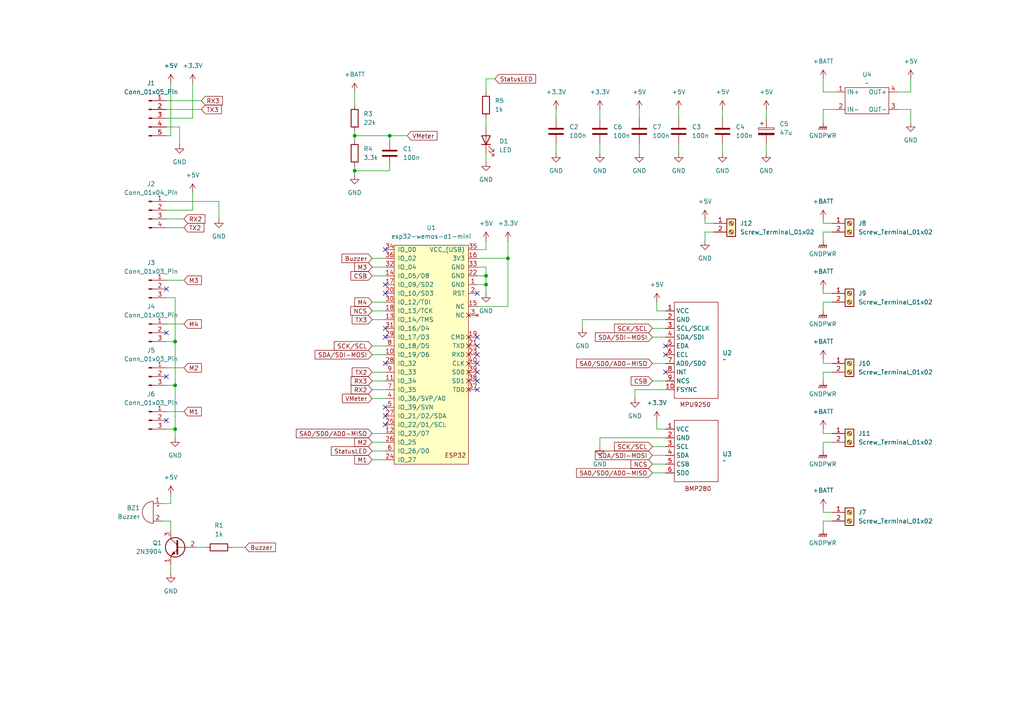
<source format=kicad_sch>
(kicad_sch (version 20250114) (generator "eeschema") (generator_version "9.0")
  (paper "A4")
  (lib_symbols
    (symbol "Connector:Conn_01x03_Pin" (pin_names (offset 1.016) (hide yes))
      (property "Reference" "J" (at 0 5.08 0))
      (property "Value" "Conn_01x03_Pin" (at 0 -5.08 0))
      (symbol "Conn_01x03_Pin_1_1"
        (rectangle (start 0.8636 2.667) (end 0 2.413) (stroke (width 0.1524)) (fill (type outline)))
        (rectangle (start 0.8636 0.127) (end 0 -0.127) (stroke (width 0.1524)) (fill (type outline)))
        (rectangle (start 0.8636 -2.413) (end 0 -2.667) (stroke (width 0.1524)) (fill (type outline)))
        (polyline (pts (xy 1.27 2.54) (xy 0.8636 2.54)) (stroke (width 0.1524)))
        (polyline (pts (xy 1.27 0) (xy 0.8636 0)) (stroke (width 0.1524)))
        (polyline (pts (xy 1.27 -2.54) (xy 0.8636 -2.54)) (stroke (width 0.1524)))
        (pin passive line (at 5.08 2.54 180) (length 3.81) (name "Pin_1") (number "1"))
        (pin passive line (at 5.08 0 180) (length 3.81) (name "Pin_2") (number "2"))
        (pin passive line (at 5.08 -2.54 180) (length 3.81) (name "Pin_3") (number "3"))
      )
    )
    (symbol "Connector:Conn_01x04_Pin" (pin_names (offset 1.016) (hide yes))
      (property "Reference" "J" (at 0 5.08 0))
      (property "Value" "Conn_01x04_Pin" (at 0 -7.62 0))
      (symbol "Conn_01x04_Pin_1_1"
        (rectangle (start 0.8636 2.667) (end 0 2.413) (stroke (width 0.1524)) (fill (type outline)))
        (rectangle (start 0.8636 0.127) (end 0 -0.127) (stroke (width 0.1524)) (fill (type outline)))
        (rectangle (start 0.8636 -2.413) (end 0 -2.667) (stroke (width 0.1524)) (fill (type outline)))
        (rectangle (start 0.8636 -4.953) (end 0 -5.207) (stroke (width 0.1524)) (fill (type outline)))
        (polyline (pts (xy 1.27 2.54) (xy 0.8636 2.54)) (stroke (width 0.1524)))
        (polyline (pts (xy 1.27 0) (xy 0.8636 0)) (stroke (width 0.1524)))
        (polyline (pts (xy 1.27 -2.54) (xy 0.8636 -2.54)) (stroke (width 0.1524)))
        (polyline (pts (xy 1.27 -5.08) (xy 0.8636 -5.08)) (stroke (width 0.1524)))
        (pin passive line (at 5.08 2.54 180) (length 3.81) (name "Pin_1") (number "1"))
        (pin passive line (at 5.08 0 180) (length 3.81) (name "Pin_2") (number "2"))
        (pin passive line (at 5.08 -2.54 180) (length 3.81) (name "Pin_3") (number "3"))
        (pin passive line (at 5.08 -5.08 180) (length 3.81) (name "Pin_4") (number "4"))
      )
    )
    (symbol "Connector:Conn_01x05_Pin" (pin_names (offset 1.016) (hide yes))
      (property "Reference" "J" (at 0 7.62 0))
      (property "Value" "Conn_01x05_Pin" (at 0 -7.62 0))
      (symbol "Conn_01x05_Pin_1_1"
        (rectangle (start 0.8636 5.207) (end 0 4.953) (stroke (width 0.1524)) (fill (type outline)))
        (rectangle (start 0.8636 2.667) (end 0 2.413) (stroke (width 0.1524)) (fill (type outline)))
        (rectangle (start 0.8636 0.127) (end 0 -0.127) (stroke (width 0.1524)) (fill (type outline)))
        (rectangle (start 0.8636 -2.413) (end 0 -2.667) (stroke (width 0.1524)) (fill (type outline)))
        (rectangle (start 0.8636 -4.953) (end 0 -5.207) (stroke (width 0.1524)) (fill (type outline)))
        (polyline (pts (xy 1.27 5.08) (xy 0.8636 5.08)) (stroke (width 0.1524)))
        (polyline (pts (xy 1.27 2.54) (xy 0.8636 2.54)) (stroke (width 0.1524)))
        (polyline (pts (xy 1.27 0) (xy 0.8636 0)) (stroke (width 0.1524)))
        (polyline (pts (xy 1.27 -2.54) (xy 0.8636 -2.54)) (stroke (width 0.1524)))
        (polyline (pts (xy 1.27 -5.08) (xy 0.8636 -5.08)) (stroke (width 0.1524)))
        (pin passive line (at 5.08 5.08 180) (length 3.81) (name "Pin_1") (number "1"))
        (pin passive line (at 5.08 2.54 180) (length 3.81) (name "Pin_2") (number "2"))
        (pin passive line (at 5.08 0 180) (length 3.81) (name "Pin_3") (number "3"))
        (pin passive line (at 5.08 -2.54 180) (length 3.81) (name "Pin_4") (number "4"))
        (pin passive line (at 5.08 -5.08 180) (length 3.81) (name "Pin_5") (number "5"))
      )
    )
    (symbol "Connector:Screw_Terminal_01x02" (pin_names (offset 1.016) (hide yes))
      (property "Reference" "J" (at 0 2.54 0))
      (property "Value" "Screw_Terminal_01x02" (at 0 -5.08 0))
      (symbol "Screw_Terminal_01x02_1_1"
        (rectangle (start -1.27 1.27) (end 1.27 -3.81) (stroke (width 0.254)) (fill (type background)))
        (polyline (pts (xy -0.5334 0.3302) (xy 0.3302 -0.508)) (stroke (width 0.1524)))
        (polyline (pts (xy -0.5334 -2.2098) (xy 0.3302 -3.048)) (stroke (width 0.1524)))
        (polyline (pts (xy -0.3556 0.508) (xy 0.508 -0.3302)) (stroke (width 0.1524)))
        (polyline (pts (xy -0.3556 -2.032) (xy 0.508 -2.8702)) (stroke (width 0.1524)))
        (circle (center 0 0) (radius 0.635) (stroke (width 0.1524)))
        (circle (center 0 -2.54) (radius 0.635) (stroke (width 0.1524)))
        (pin passive line (at -5.08 0 0) (length 3.81) (name "Pin_1") (number "1"))
        (pin passive line (at -5.08 -2.54 0) (length 3.81) (name "Pin_2") (number "2"))
      )
    )
    (symbol "Device:Buzzer" (pin_names (offset 0.0254) (hide yes))
      (property "Reference" "BZ" (at 3.81 1.27 0))
      (property "Value" "Buzzer" (at 3.81 -1.27 0))
      (symbol "Buzzer_0_1"
        (polyline (pts (xy -1.651 1.905) (xy -1.143 1.905)))
        (polyline (pts (xy -1.397 2.159) (xy -1.397 1.651)))
        (arc (start 0 3.175) (mid 3.1612 0) (end 0 -3.175))
        (polyline (pts (xy 0 3.175) (xy 0 -3.175)))
      )
      (symbol "Buzzer_1_1"
        (pin passive line (at -2.54 2.54 0) (length 2.54) (name "+") (number "1"))
        (pin passive line (at -2.54 -2.54 0) (length 2.54) (name "-") (number "2"))
      )
    )
    (symbol "Device:C" (pin_numbers (hide yes)) (pin_names (offset 0.254))
      (property "Reference" "C" (at 0.635 2.54 0))
      (property "Value" "C" (at 0.635 -2.54 0))
      (symbol "C_0_1"
        (polyline (pts (xy -2.032 0.762) (xy 2.032 0.762)) (stroke (width 0.508)))
        (polyline (pts (xy -2.032 -0.762) (xy 2.032 -0.762)) (stroke (width 0.508)))
      )
      (symbol "C_1_1"
        (pin passive line (at 0 3.81 270) (length 2.794) (name "~") (number "1"))
        (pin passive line (at 0 -3.81 90) (length 2.794) (name "~") (number "2"))
      )
    )
    (symbol "Device:C_Polarized" (pin_numbers (hide yes)) (pin_names (offset 0.254))
      (property "Reference" "C" (at 0.635 2.54 0))
      (property "Value" "C_Polarized" (at 0.635 -2.54 0))
      (symbol "C_Polarized_0_1"
        (rectangle (start -2.286 0.508) (end 2.286 1.016))
        (polyline (pts (xy -1.778 2.286) (xy -0.762 2.286)))
        (polyline (pts (xy -1.27 2.794) (xy -1.27 1.778)))
        (rectangle (start 2.286 -0.508) (end -2.286 -1.016) (fill (type outline)))
      )
      (symbol "C_Polarized_1_1"
        (pin passive line (at 0 3.81 270) (length 2.794) (name "~") (number "1"))
        (pin passive line (at 0 -3.81 90) (length 2.794) (name "~") (number "2"))
      )
    )
    (symbol "Device:LED" (pin_numbers (hide yes)) (pin_names (offset 1.016) (hide yes))
      (property "Reference" "D" (at 0 2.54 0))
      (property "Value" "LED" (at 0 -2.54 0))
      (symbol "LED_0_1"
        (polyline (pts (xy -3.048 -0.762) (xy -4.572 -2.286) (xy -3.81 -2.286) (xy -4.572 -2.286) (xy -4.572 -1.524)))
        (polyline (pts (xy -1.778 -0.762) (xy -3.302 -2.286) (xy -2.54 -2.286) (xy -3.302 -2.286) (xy -3.302 -1.524)))
        (polyline (pts (xy -1.27 0) (xy 1.27 0)))
        (polyline (pts (xy -1.27 -1.27) (xy -1.27 1.27)) (stroke (width 0.254)))
        (polyline (pts (xy 1.27 -1.27) (xy 1.27 1.27) (xy -1.27 0) (xy 1.27 -1.27)) (stroke (width 0.254)))
      )
      (symbol "LED_1_1"
        (pin passive line (at -3.81 0 0) (length 2.54) (name "K") (number "1"))
        (pin passive line (at 3.81 0 180) (length 2.54) (name "A") (number "2"))
      )
    )
    (symbol "Device:R" (pin_numbers (hide yes)) (pin_names (offset 0))
      (property "Reference" "R" (at 2.032 0 90))
      (property "Value" "R" (at 0 0 90))
      (symbol "R_0_1"
        (rectangle (start -1.016 -2.54) (end 1.016 2.54) (stroke (width 0.254)))
      )
      (symbol "R_1_1"
        (pin passive line (at 0 3.81 270) (length 1.27) (name "~") (number "1"))
        (pin passive line (at 0 -3.81 90) (length 1.27) (name "~") (number "2"))
      )
    )
    (symbol "Transistor_BJT:2N3904" (pin_names (offset 0) (hide yes))
      (property "Reference" "Q" (at 5.08 1.905 0))
      (property "Value" "2N3904" (at 5.08 0 0))
      (symbol "2N3904_0_1"
        (polyline (pts (xy -2.54 0) (xy 0.635 0)))
        (polyline (pts (xy 0.635 1.905) (xy 0.635 -1.905)) (stroke (width 0.508)))
        (circle (center 1.27 0) (radius 2.8194) (stroke (width 0.254)))
      )
      (symbol "2N3904_1_1"
        (polyline (pts (xy 0.635 0.635) (xy 2.54 2.54)))
        (polyline (pts (xy 0.635 -0.635) (xy 2.54 -2.54)))
        (polyline (pts (xy 1.27 -1.778) (xy 1.778 -1.27) (xy 2.286 -2.286) (xy 1.27 -1.778)) (fill (type outline)))
        (pin input line (at -5.08 0 0) (length 2.54) (name "B") (number "2"))
        (pin passive line (at 2.54 5.08 270) (length 2.54) (name "C") (number "3"))
        (pin passive line (at 2.54 -5.08 90) (length 2.54) (name "E") (number "1"))
      )
    )
    (symbol "esp32-wemos-d1-mini:bmp280"
      (property "Reference" "U" (at 0 0 0))
      (symbol "bmp280_0_1"
        (rectangle (start -6.35 -1.27) (end 6.35 -19.05))
      )
      (symbol "bmp280_1_1"
        (text "BMP280" (at 0.508 -21.082 0) (effects (font (size 1.27 1.27))))
        (pin power_in line (at -8.89 -3.81 0) (length 2.54) (name "VCC") (number "1"))
        (pin power_in line (at -8.89 -6.35 0) (length 2.54) (name "GND") (number "2"))
        (pin input line (at -8.89 -8.89 0) (length 2.54) (name "SCL") (number "3"))
        (pin bidirectional line (at -8.89 -11.43 0) (length 2.54) (name "SDA") (number "4"))
        (pin input line (at -8.89 -13.97 0) (length 2.54) (name "CSB") (number "5"))
        (pin output line (at -8.89 -16.51 0) (length 2.54) (name "SD0") (number "6"))
      )
    )
    (symbol "esp32-wemos-d1-mini:esp32-wemos-d1-mini" (pin_names (offset 1.016))
      (property "Reference" "U1" (at 0.635 3.81 0))
      (property "Value" "esp32-wemos-d1-mini" (at 0.635 1.27 0))
      (symbol "esp32-wemos-d1-mini_0_0"
        (text "ESP32" (at 7.62 -62.23 0) (effects (font (size 1.27 1.27))))
        (pin bidirectional line (at -12.7 -45.72 0) (length 2.54) (name "IO_36/SVP/A0") (number "4"))
        (pin bidirectional line (at -12.7 -48.26 0) (length 2.54) (name "IO_39/SVN") (number "5"))
        (pin power_in line (at 13.97 -12.7 180) (length 2.54) (name "GND") (number "1"))
        (pin input line (at 13.97 -15.24 180) (length 2.54) (name "RST") (number "2"))
        (pin no_connect non_logic (at 13.97 -21.59 180) (length 2.54) (name "NC") (number "3"))
      )
      (symbol "esp32-wemos-d1-mini_0_1"
        (rectangle (start -10.16 -1.27) (end 11.43 -64.77) (fill (type background)))
      )
      (symbol "esp32-wemos-d1-mini_1_1"
        (pin bidirectional line (at -12.7 -2.54 0) (length 2.54) (name "IO_00") (number "34"))
        (pin bidirectional line (at -12.7 -5.08 0) (length 2.54) (name "IO_02") (number "36"))
        (pin bidirectional line (at -12.7 -7.62 0) (length 2.54) (name "IO_04") (number "32"))
        (pin bidirectional line (at -12.7 -10.16 0) (length 2.54) (name "IO_05/D8") (number "14"))
        (pin bidirectional line (at -12.7 -12.7 0) (length 2.54) (name "IO_09/SD2") (number "17"))
        (pin bidirectional line (at -12.7 -15.24 0) (length 2.54) (name "IO_10/SD3") (number "20"))
        (pin bidirectional line (at -12.7 -17.78 0) (length 2.54) (name "IO_12/TDI") (number "30"))
        (pin bidirectional line (at -12.7 -20.32 0) (length 2.54) (name "IO_13/TCK") (number "18"))
        (pin bidirectional line (at -12.7 -22.86 0) (length 2.54) (name "IO_14/TMS") (number "13"))
        (pin bidirectional line (at -12.7 -25.4 0) (length 2.54) (name "IO_16/D4") (number "31"))
        (pin bidirectional line (at -12.7 -27.94 0) (length 2.54) (name "IO_17/D3") (number "29"))
        (pin bidirectional line (at -12.7 -30.48 0) (length 2.54) (name "IO_18/D5") (number "8"))
        (pin bidirectional line (at -12.7 -33.02 0) (length 2.54) (name "IO_19/D6") (number "10"))
        (pin bidirectional line (at -12.7 -35.56 0) (length 2.54) (name "IO_32") (number "28"))
        (pin bidirectional line (at -12.7 -38.1 0) (length 2.54) (name "IO_33") (number "9"))
        (pin bidirectional line (at -12.7 -40.64 0) (length 2.54) (name "IO_34") (number "11"))
        (pin bidirectional line (at -12.7 -43.18 0) (length 2.54) (name "IO_35") (number "7"))
        (pin bidirectional line (at -12.7 -50.8 0) (length 2.54) (name "IO_21/D2/SDA") (number "27"))
        (pin bidirectional line (at -12.7 -53.34 0) (length 2.54) (name "IO_22/D1/SCL") (number "25"))
        (pin bidirectional line (at -12.7 -55.88 0) (length 2.54) (name "IO_23/D7") (number "12"))
        (pin bidirectional line (at -12.7 -58.42 0) (length 2.54) (name "IO_25") (number "26"))
        (pin bidirectional line (at -12.7 -60.96 0) (length 2.54) (name "IO_26/D0") (number "6"))
        (pin bidirectional line (at -12.7 -63.5 0) (length 2.54) (name "IO_27") (number "24"))
        (pin power_in line (at 13.97 -2.54 180) (length 2.54) (name "VCC_(USB)") (number "35"))
        (pin power_in line (at 13.97 -5.08 180) (length 2.54) (name "3V3") (number "16"))
        (pin power_in line (at 13.97 -7.62 180) (length 2.54) (name "GND") (number "33"))
        (pin power_in line (at 13.97 -10.16 180) (length 2.54) (name "GND") (number "22"))
        (pin free line (at 13.97 -19.05 180) (length 2.54) (name "NC") (number "15"))
        (pin passive non_logic (at 13.97 -27.94 180) (length 2.54) (name "CMD") (number "19"))
        (pin passive non_logic (at 13.97 -30.48 180) (length 2.54) (name "TXD") (number "21"))
        (pin passive non_logic (at 13.97 -33.02 180) (length 2.54) (name "RXD") (number "23"))
        (pin passive non_logic (at 13.97 -35.56 180) (length 2.54) (name "CLK") (number "40"))
        (pin passive non_logic (at 13.97 -38.1 180) (length 2.54) (name "SD0") (number "39"))
        (pin passive non_logic (at 13.97 -40.64 180) (length 2.54) (name "SD1") (number "38"))
        (pin passive non_logic (at 13.97 -43.18 180) (length 2.54) (name "TD0") (number "37"))
      )
    )
    (symbol "esp32-wemos-d1-mini:xl4005 DC-DC stepdown module"
      (property "Reference" "U" (at 0 0 0))
      (symbol "xl4005 DC-DC stepdown module_0_1"
        (rectangle (start -6.35 -2.54) (end 6.35 -10.16))
      )
      (symbol "xl4005 DC-DC stepdown module_1_1"
        (pin power_in line (at -8.89 -3.81 0) (length 2.54) (name "IN+") (number "1"))
        (pin power_in line (at -8.89 -8.89 0) (length 2.54) (name "IN-") (number "2"))
        (pin power_out line (at 8.89 -3.81 180) (length 2.54) (name "OUT+") (number "4"))
        (pin power_out line (at 8.89 -8.89 180) (length 2.54) (name "OUT-") (number "3"))
      )
    )
    (symbol "mpu9250_1"
      (property "Reference" "U" (at 0 0 0))
      (symbol "mpu9250_1_0_1"
        (rectangle (start -6.35 -1.27) (end 6.35 -29.21))
      )
      (symbol "mpu9250_1_1_1"
        (text "MPU9250" (at -0.254 -30.988 0) (effects (font (size 1.27 1.27))))
        (pin power_in line (at -8.89 -3.81 0) (length 2.54) (name "VCC") (number "1"))
        (pin power_in line (at -8.89 -6.35 0) (length 2.54) (name "GND") (number "2"))
        (pin input line (at -8.89 -8.89 0) (length 2.54) (name "SCL/SCLK") (number "3"))
        (pin bidirectional line (at -8.89 -11.43 0) (length 2.54) (name "SDA/SDI") (number "4"))
        (pin output line (at -8.89 -13.97 0) (length 2.54) (name "EDA") (number "5"))
        (pin bidirectional line (at -8.89 -16.51 0) (length 2.54) (name "ECL") (number "6"))
        (pin bidirectional line (at -8.89 -19.05 0) (length 2.54) (name "AD0/SD0") (number "7"))
        (pin output line (at -8.89 -21.59 0) (length 2.54) (name "INT") (number "8"))
        (pin input line (at -8.89 -24.13 0) (length 2.54) (name "NCS") (number "9"))
        (pin output line (at -8.89 -26.67 0) (length 2.54) (name "FSYNC") (number "10"))
      )
    )
    (symbol "power:+3.3V" (power) (pin_numbers (hide yes)) (pin_names (offset 0) (hide yes))
      (property "Value" "+3.3V" (at 0 3.556 0))
      (symbol "+3.3V_0_1"
        (polyline (pts (xy -0.762 1.27) (xy 0 2.54)))
        (polyline (pts (xy 0 2.54) (xy 0.762 1.27)))
        (polyline (pts (xy 0 0) (xy 0 2.54)))
      )
      (symbol "+3.3V_1_1"
        (pin power_in line (at 0 0 90) (length 0) (name "~") (number "1"))
      )
    )
    (symbol "power:+5V" (power) (pin_numbers (hide yes)) (pin_names (offset 0) (hide yes))
      (property "Value" "+5V" (at 0 3.556 0))
      (symbol "+5V_0_1"
        (polyline (pts (xy -0.762 1.27) (xy 0 2.54)))
        (polyline (pts (xy 0 2.54) (xy 0.762 1.27)))
        (polyline (pts (xy 0 0) (xy 0 2.54)))
      )
      (symbol "+5V_1_1"
        (pin power_in line (at 0 0 90) (length 0) (name "~") (number "1"))
      )
    )
    (symbol "power:+BATT" (power) (pin_numbers (hide yes)) (pin_names (offset 0) (hide yes))
      (property "Value" "+BATT" (at 0 3.556 0))
      (symbol "+BATT_0_1"
        (polyline (pts (xy -0.762 1.27) (xy 0 2.54)))
        (polyline (pts (xy 0 2.54) (xy 0.762 1.27)))
        (polyline (pts (xy 0 0) (xy 0 2.54)))
      )
      (symbol "+BATT_1_1"
        (pin power_in line (at 0 0 90) (length 0) (name "~") (number "1"))
      )
    )
    (symbol "power:GND" (power) (pin_numbers (hide yes)) (pin_names (offset 0) (hide yes))
      (property "Value" "GND" (at 0 -3.81 0))
      (symbol "GND_0_1"
        (polyline (pts (xy 0 0) (xy 0 -1.27) (xy 1.27 -1.27) (xy 0 -2.54) (xy -1.27 -1.27) (xy 0 -1.27)))
      )
      (symbol "GND_1_1"
        (pin power_in line (at 0 0 270) (length 0) (name "~") (number "1"))
      )
    )
    (symbol "power:GNDPWR" (power) (pin_numbers (hide yes)) (pin_names (offset 0) (hide yes))
      (property "Value" "GNDPWR" (at 0 -3.302 0))
      (symbol "GNDPWR_0_1"
        (polyline (pts (xy -1.016 -1.27) (xy -1.27 -2.032) (xy -1.27 -2.032)) (stroke (width 0.2032)))
        (polyline (pts (xy -0.508 -1.27) (xy -0.762 -2.032) (xy -0.762 -2.032)) (stroke (width 0.2032)))
        (polyline (pts (xy 0 -1.27) (xy 0 0)))
        (polyline (pts (xy 0 -1.27) (xy -0.254 -2.032) (xy -0.254 -2.032)) (stroke (width 0.2032)))
        (polyline (pts (xy 0.508 -1.27) (xy 0.254 -2.032) (xy 0.254 -2.032)) (stroke (width 0.2032)))
        (polyline (pts (xy 1.016 -1.27) (xy -1.016 -1.27) (xy -1.016 -1.27)) (stroke (width 0.2032)))
        (polyline (pts (xy 1.016 -1.27) (xy 0.762 -2.032) (xy 0.762 -2.032) (xy 0.762 -2.032)) (stroke (width 0.2032)))
      )
      (symbol "GNDPWR_1_1"
        (pin power_in line (at 0 0 270) (length 0) (name "~") (number "1"))
      )
    )
  )
  (junction (at 102.87 39.37))
  (junction (at 147.32 74.93))
  (junction (at 50.8 99.06))
  (junction (at 140.97 80.01))
  (junction (at 50.8 124.46))
  (junction (at 102.87 49.53))
  (junction (at 113.03 39.37))
  (junction (at 140.97 82.55))
  (junction (at 50.8 111.76))
  (no_connect (at 193.04 100.33))
  (no_connect (at 193.04 107.95))
  (no_connect (at 138.43 110.49))
  (no_connect (at 111.76 105.41))
  (no_connect (at 138.43 107.95))
  (no_connect (at 48.26 83.82))
  (no_connect (at 111.76 72.39))
  (no_connect (at 138.43 102.87))
  (no_connect (at 193.04 102.87))
  (no_connect (at 111.76 118.11))
  (no_connect (at 111.76 123.19))
  (no_connect (at 48.26 109.22))
  (no_connect (at 138.43 85.09))
  (no_connect (at 138.43 100.33))
  (no_connect (at 111.76 85.09))
  (no_connect (at 138.43 105.41))
  (no_connect (at 48.26 96.52))
  (no_connect (at 48.26 121.92))
  (no_connect (at 138.43 97.79))
  (no_connect (at 111.76 82.55))
  (no_connect (at 111.76 120.65))
  (no_connect (at 138.43 113.03))
  (no_connect (at 111.76 95.25))
  (no_connect (at 111.76 97.79))
  (wire (pts (xy 111.76 115.57) (xy 107.95 115.57)))
  (wire (pts (xy 57.15 158.75) (xy 59.69 158.75)))
  (wire (pts (xy 185.42 31.75) (xy 185.42 34.29)))
  (wire (pts (xy 241.3 148.59) (xy 238.76 148.59)))
  (wire (pts (xy 241.3 128.27) (xy 238.76 128.27)))
  (wire (pts (xy 238.76 67.31) (xy 238.76 69.85)))
  (wire (pts (xy 140.97 72.39) (xy 138.43 72.39)))
  (wire (pts (xy 107.95 113.03) (xy 111.76 113.03)))
  (wire (pts (xy 189.23 110.49) (xy 193.04 110.49)))
  (wire (pts (xy 138.43 80.01) (xy 140.97 80.01)))
  (wire (pts (xy 102.87 49.53) (xy 102.87 50.8)))
  (wire (pts (xy 241.3 105.41) (xy 238.76 105.41)))
  (wire (pts (xy 48.26 81.28) (xy 53.34 81.28)))
  (wire (pts (xy 238.76 26.67) (xy 238.76 22.86)))
  (wire (pts (xy 52.07 36.83) (xy 52.07 41.91)))
  (wire (pts (xy 189.23 95.25) (xy 193.04 95.25)))
  (wire (pts (xy 242.57 26.67) (xy 238.76 26.67)))
  (wire (pts (xy 48.26 36.83) (xy 52.07 36.83)))
  (wire (pts (xy 147.32 74.93) (xy 138.43 74.93)))
  (wire (pts (xy 48.26 31.75) (xy 58.42 31.75)))
  (wire (pts (xy 107.95 128.27) (xy 111.76 128.27)))
  (wire (pts (xy 238.76 151.13) (xy 238.76 153.67)))
  (wire (pts (xy 161.29 31.75) (xy 161.29 34.29)))
  (wire (pts (xy 147.32 69.85) (xy 147.32 74.93)))
  (wire (pts (xy 107.95 92.71) (xy 111.76 92.71)))
  (wire (pts (xy 189.23 105.41) (xy 193.04 105.41)))
  (wire (pts (xy 107.95 133.35) (xy 111.76 133.35)))
  (wire (pts (xy 48.26 34.29) (xy 55.88 34.29)))
  (wire (pts (xy 46.99 151.13) (xy 49.53 151.13)))
  (wire (pts (xy 48.26 86.36) (xy 50.8 86.36)))
  (wire (pts (xy 204.47 64.77) (xy 204.47 63.5)))
  (wire (pts (xy 50.8 99.06) (xy 50.8 111.76)))
  (wire (pts (xy 196.85 31.75) (xy 196.85 34.29)))
  (wire (pts (xy 189.23 129.54) (xy 193.04 129.54)))
  (wire (pts (xy 173.99 127) (xy 173.99 129.54)))
  (wire (pts (xy 49.53 163.83) (xy 49.53 166.37)))
  (wire (pts (xy 107.95 107.95) (xy 111.76 107.95)))
  (wire (pts (xy 48.26 58.42) (xy 63.5 58.42)))
  (wire (pts (xy 264.16 31.75) (xy 264.16 35.56)))
  (wire (pts (xy 241.3 67.31) (xy 238.76 67.31)))
  (wire (pts (xy 113.03 49.53) (xy 102.87 49.53)))
  (wire (pts (xy 48.26 66.04) (xy 53.34 66.04)))
  (wire (pts (xy 238.76 31.75) (xy 242.57 31.75)))
  (wire (pts (xy 241.3 151.13) (xy 238.76 151.13)))
  (wire (pts (xy 260.35 26.67) (xy 264.16 26.67)))
  (wire (pts (xy 140.97 22.86) (xy 140.97 26.67)))
  (wire (pts (xy 48.26 124.46) (xy 50.8 124.46)))
  (wire (pts (xy 238.76 85.09) (xy 238.76 83.82)))
  (wire (pts (xy 241.3 85.09) (xy 238.76 85.09)))
  (wire (pts (xy 168.91 92.71) (xy 168.91 95.25)))
  (wire (pts (xy 161.29 41.91) (xy 161.29 44.45)))
  (wire (pts (xy 143.51 22.86) (xy 140.97 22.86)))
  (wire (pts (xy 48.26 111.76) (xy 50.8 111.76)))
  (wire (pts (xy 241.3 107.95) (xy 238.76 107.95)))
  (wire (pts (xy 193.04 92.71) (xy 168.91 92.71)))
  (wire (pts (xy 55.88 24.13) (xy 55.88 34.29)))
  (wire (pts (xy 241.3 87.63) (xy 238.76 87.63)))
  (wire (pts (xy 140.97 82.55) (xy 138.43 82.55)))
  (wire (pts (xy 238.76 107.95) (xy 238.76 110.49)))
  (wire (pts (xy 48.26 119.38) (xy 53.34 119.38)))
  (wire (pts (xy 102.87 38.1) (xy 102.87 39.37)))
  (wire (pts (xy 190.5 121.92) (xy 190.5 124.46)))
  (wire (pts (xy 238.76 125.73) (xy 238.76 124.46)))
  (wire (pts (xy 185.42 41.91) (xy 185.42 44.45)))
  (wire (pts (xy 190.5 87.63) (xy 190.5 90.17)))
  (wire (pts (xy 140.97 77.47) (xy 140.97 80.01)))
  (wire (pts (xy 107.95 87.63) (xy 111.76 87.63)))
  (wire (pts (xy 193.04 113.03) (xy 184.15 113.03)))
  (wire (pts (xy 241.3 125.73) (xy 238.76 125.73)))
  (wire (pts (xy 140.97 80.01) (xy 140.97 82.55)))
  (wire (pts (xy 49.53 24.13) (xy 49.53 39.37)))
  (wire (pts (xy 189.23 137.16) (xy 193.04 137.16)))
  (wire (pts (xy 241.3 64.77) (xy 238.76 64.77)))
  (wire (pts (xy 107.95 125.73) (xy 111.76 125.73)))
  (wire (pts (xy 196.85 41.91) (xy 196.85 44.45)))
  (wire (pts (xy 48.26 60.96) (xy 55.88 60.96)))
  (wire (pts (xy 49.53 146.05) (xy 46.99 146.05)))
  (wire (pts (xy 238.76 148.59) (xy 238.76 147.32)))
  (wire (pts (xy 113.03 39.37) (xy 118.11 39.37)))
  (wire (pts (xy 184.15 113.03) (xy 184.15 115.57)))
  (wire (pts (xy 107.95 130.81) (xy 111.76 130.81)))
  (wire (pts (xy 49.53 39.37) (xy 48.26 39.37)))
  (wire (pts (xy 238.76 35.56) (xy 238.76 31.75)))
  (wire (pts (xy 140.97 34.29) (xy 140.97 36.83)))
  (wire (pts (xy 190.5 124.46) (xy 193.04 124.46)))
  (wire (pts (xy 173.99 41.91) (xy 173.99 44.45)))
  (wire (pts (xy 49.53 143.51) (xy 49.53 146.05)))
  (wire (pts (xy 190.5 90.17) (xy 193.04 90.17)))
  (wire (pts (xy 48.26 93.98) (xy 53.34 93.98)))
  (wire (pts (xy 49.53 153.67) (xy 49.53 151.13)))
  (wire (pts (xy 63.5 58.42) (xy 63.5 63.5)))
  (wire (pts (xy 138.43 88.9) (xy 147.32 88.9)))
  (wire (pts (xy 50.8 86.36) (xy 50.8 99.06)))
  (wire (pts (xy 222.25 41.91) (xy 222.25 44.45)))
  (wire (pts (xy 107.95 74.93) (xy 111.76 74.93)))
  (wire (pts (xy 107.95 80.01) (xy 111.76 80.01)))
  (wire (pts (xy 48.26 29.21) (xy 58.42 29.21)))
  (wire (pts (xy 138.43 77.47) (xy 140.97 77.47)))
  (wire (pts (xy 189.23 132.08) (xy 193.04 132.08)))
  (wire (pts (xy 55.88 60.96) (xy 55.88 55.88)))
  (wire (pts (xy 113.03 48.26) (xy 113.03 49.53)))
  (wire (pts (xy 48.26 106.68) (xy 53.34 106.68)))
  (wire (pts (xy 48.26 99.06) (xy 50.8 99.06)))
  (wire (pts (xy 189.23 97.79) (xy 193.04 97.79)))
  (wire (pts (xy 107.95 110.49) (xy 111.76 110.49)))
  (wire (pts (xy 207.01 64.77) (xy 204.47 64.77)))
  (wire (pts (xy 102.87 39.37) (xy 113.03 39.37)))
  (wire (pts (xy 147.32 88.9) (xy 147.32 74.93)))
  (wire (pts (xy 189.23 134.62) (xy 193.04 134.62)))
  (wire (pts (xy 102.87 39.37) (xy 102.87 40.64)))
  (wire (pts (xy 107.95 102.87) (xy 111.76 102.87)))
  (wire (pts (xy 140.97 44.45) (xy 140.97 46.99)))
  (wire (pts (xy 207.01 67.31) (xy 204.47 67.31)))
  (wire (pts (xy 238.76 105.41) (xy 238.76 104.14)))
  (wire (pts (xy 48.26 63.5) (xy 53.34 63.5)))
  (wire (pts (xy 238.76 128.27) (xy 238.76 130.81)))
  (wire (pts (xy 193.04 127) (xy 173.99 127)))
  (wire (pts (xy 238.76 87.63) (xy 238.76 90.17)))
  (wire (pts (xy 173.99 31.75) (xy 173.99 34.29)))
  (wire (pts (xy 264.16 26.67) (xy 264.16 22.86)))
  (wire (pts (xy 209.55 31.75) (xy 209.55 34.29)))
  (wire (pts (xy 238.76 64.77) (xy 238.76 63.5)))
  (wire (pts (xy 107.95 90.17) (xy 111.76 90.17)))
  (wire (pts (xy 222.25 31.75) (xy 222.25 34.29)))
  (wire (pts (xy 67.31 158.75) (xy 71.12 158.75)))
  (wire (pts (xy 50.8 124.46) (xy 50.8 127)))
  (wire (pts (xy 107.95 77.47) (xy 111.76 77.47)))
  (wire (pts (xy 102.87 48.26) (xy 102.87 49.53)))
  (wire (pts (xy 107.95 100.33) (xy 111.76 100.33)))
  (wire (pts (xy 140.97 69.85) (xy 140.97 72.39)))
  (wire (pts (xy 113.03 39.37) (xy 113.03 40.64)))
  (wire (pts (xy 50.8 111.76) (xy 50.8 124.46)))
  (wire (pts (xy 140.97 82.55) (xy 140.97 85.09)))
  (wire (pts (xy 204.47 67.31) (xy 204.47 69.85)))
  (wire (pts (xy 102.87 26.67) (xy 102.87 30.48)))
  (wire (pts (xy 260.35 31.75) (xy 264.16 31.75)))
  (wire (pts (xy 209.55 41.91) (xy 209.55 44.45)))
  (global_label "TX2" (shape input) (at 53.34 66.04 0) (property "Intersheetrefs" "${INTERSHEET_REFS}" (effects (hide yes))))
  (global_label "RX2" (shape input) (at 107.95 113.03 180) (property "Intersheetrefs" "${INTERSHEET_REFS}" (effects (hide yes))))
  (global_label "Buzzer" (shape input) (at 107.95 74.93 180) (property "Intersheetrefs" "${INTERSHEET_REFS}" (effects (hide yes))))
  (global_label "StatusLED" (shape input) (at 143.51 22.86 0) (property "Intersheetrefs" "${INTERSHEET_REFS}" (effects (hide yes))))
  (global_label "M3" (shape input) (at 53.34 81.28 0) (property "Intersheetrefs" "${INTERSHEET_REFS}" (effects (hide yes))))
  (global_label "M1" (shape input) (at 107.95 133.35 180) (property "Intersheetrefs" "${INTERSHEET_REFS}" (effects (hide yes))))
  (global_label "TX3" (shape input) (at 58.42 31.75 0) (property "Intersheetrefs" "${INTERSHEET_REFS}" (effects (hide yes))))
  (global_label "NCS" (shape input) (at 107.95 90.17 180) (property "Intersheetrefs" "${INTERSHEET_REFS}" (effects (hide yes))))
  (global_label "M4" (shape input) (at 107.95 87.63 180) (property "Intersheetrefs" "${INTERSHEET_REFS}" (effects (hide yes))))
  (global_label "M2" (shape input) (at 107.95 128.27 180) (property "Intersheetrefs" "${INTERSHEET_REFS}" (effects (hide yes))))
  (global_label "SA0{slash}SD0{slash}AD0-MISO" (shape input) (at 189.23 137.16 180) (property "Intersheetrefs" "${INTERSHEET_REFS}" (effects (hide yes))))
  (global_label "RX3" (shape input) (at 58.42 29.21 0) (property "Intersheetrefs" "${INTERSHEET_REFS}" (effects (hide yes))))
  (global_label "SDA{slash}SDI-MOSI" (shape input) (at 107.95 102.87 180) (property "Intersheetrefs" "${INTERSHEET_REFS}" (effects (hide yes))))
  (global_label "SCK{slash}SCL" (shape input) (at 107.95 100.33 180) (property "Intersheetrefs" "${INTERSHEET_REFS}" (effects (hide yes))))
  (global_label "SCK{slash}SCL" (shape input) (at 189.23 95.25 180) (property "Intersheetrefs" "${INTERSHEET_REFS}" (effects (hide yes))))
  (global_label "M3" (shape input) (at 107.95 77.47 180) (property "Intersheetrefs" "${INTERSHEET_REFS}" (effects (hide yes))))
  (global_label "M2" (shape input) (at 53.34 106.68 0) (property "Intersheetrefs" "${INTERSHEET_REFS}" (effects (hide yes))))
  (global_label "VMeter" (shape input) (at 118.11 39.37 0) (property "Intersheetrefs" "${INTERSHEET_REFS}" (effects (hide yes))))
  (global_label "Buzzer" (shape input) (at 71.12 158.75 0) (property "Intersheetrefs" "${INTERSHEET_REFS}" (effects (hide yes))))
  (global_label "SDA{slash}SDI-MOSI" (shape input) (at 189.23 132.08 180) (property "Intersheetrefs" "${INTERSHEET_REFS}" (effects (hide yes))))
  (global_label "M4" (shape input) (at 53.34 93.98 0) (property "Intersheetrefs" "${INTERSHEET_REFS}" (effects (hide yes))))
  (global_label "RX2" (shape input) (at 53.34 63.5 0) (property "Intersheetrefs" "${INTERSHEET_REFS}" (effects (hide yes))))
  (global_label "StatusLED" (shape input) (at 107.95 130.81 180) (property "Intersheetrefs" "${INTERSHEET_REFS}" (effects (hide yes))))
  (global_label "M1" (shape input) (at 53.34 119.38 0) (property "Intersheetrefs" "${INTERSHEET_REFS}" (effects (hide yes))))
  (global_label "RX3" (shape input) (at 107.95 110.49 180) (property "Intersheetrefs" "${INTERSHEET_REFS}" (effects (hide yes))))
  (global_label "CSB" (shape input) (at 189.23 110.49 180) (property "Intersheetrefs" "${INTERSHEET_REFS}" (effects (hide yes))))
  (global_label "TX2" (shape input) (at 107.95 107.95 180) (property "Intersheetrefs" "${INTERSHEET_REFS}" (effects (hide yes))))
  (global_label "SCK{slash}SCL" (shape input) (at 189.23 129.54 180) (property "Intersheetrefs" "${INTERSHEET_REFS}" (effects (hide yes))))
  (global_label "SA0{slash}SD0{slash}AD0-MISO" (shape input) (at 189.23 105.41 180) (property "Intersheetrefs" "${INTERSHEET_REFS}" (effects (hide yes))))
  (global_label "VMeter" (shape input) (at 107.95 115.57 180) (property "Intersheetrefs" "${INTERSHEET_REFS}" (effects (hide yes))))
  (global_label "SDA{slash}SDI-MOSI" (shape input) (at 189.23 97.79 180) (property "Intersheetrefs" "${INTERSHEET_REFS}" (effects (hide yes))))
  (global_label "NCS" (shape input) (at 189.23 134.62 180) (property "Intersheetrefs" "${INTERSHEET_REFS}" (effects (hide yes))))
  (global_label "CSB" (shape input) (at 107.95 80.01 180) (property "Intersheetrefs" "${INTERSHEET_REFS}" (effects (hide yes))))
  (global_label "TX3" (shape input) (at 107.95 92.71 180) (property "Intersheetrefs" "${INTERSHEET_REFS}" (effects (hide yes))))
  (global_label "SA0{slash}SD0{slash}AD0-MISO" (shape input) (at 107.95 125.73 180) (property "Intersheetrefs" "${INTERSHEET_REFS}" (effects (hide yes))))
  (symbol (lib_id "Connector:Screw_Terminal_01x02") (at 246.38 85.09 0) (unit 1)
    (property "Reference" "J9" (at 248.92 85.0899 0) (effects (justify left)))
    (property "Value" "Screw_Terminal_01x02" (at 248.92 87.6299 0) (effects (justify left)))
    (property "Footprint" "Connector_Wire:SolderWire-2.5sqmm_1x02_P8.8mm_D2.4mm_OD4.4mm" (effects (hide yes)))
    (property "Description" "Generic screw terminal, single row, 01x02, script generated (kicad-library-utils/schlib/autogen/connector/)" (effects (hide yes)))
  )
  (symbol (lib_id "Device:R") (at 102.87 34.29 0) (unit 1)
    (property "Reference" "R3" (at 105.41 33.0199 0) (effects (justify left)))
    (property "Value" "22k" (at 105.41 35.5599 0) (effects (justify left)))
    (property "Footprint" "Resistor_THT:R_Axial_DIN0309_L9.0mm_D3.2mm_P2.54mm_Vertical" (effects (hide yes)))
    (property "Description" "Resistor" (effects (hide yes)))
  )
  (symbol (lib_id "power:GNDPWR") (at 238.76 90.17 0) (unit 1)
    (property "Reference" "#PWR033" (effects (hide yes)))
    (property "Value" "GNDPWR" (at 238.633 93.98 0))
    (property "Description" "Power symbol creates a global label with name \"GNDPWR\" , global ground" (effects (hide yes)))
  )
  (symbol (lib_id "power:+3.3V") (at 161.29 31.75 0) (unit 1)
    (property "Reference" "#PWR016" (effects (hide yes)))
    (property "Value" "+3.3V" (at 161.29 26.67 0))
    (property "Description" "Power symbol creates a global label with name \"+3.3V\"" (effects (hide yes)))
  )
  (symbol (lib_id "power:GND") (at 102.87 50.8 0) (unit 1)
    (property "Reference" "#PWR011" (effects (hide yes)))
    (property "Value" "GND" (at 102.87 55.88 0))
    (property "Description" "Power symbol creates a global label with name \"GND\" , ground" (effects (hide yes)))
  )
  (symbol (lib_id "power:GND") (at 168.91 95.25 0) (unit 1)
    (property "Reference" "#PWR018" (effects (hide yes)))
    (property "Value" "GND" (at 168.91 100.33 0))
    (property "Description" "Power symbol creates a global label with name \"GND\" , ground" (effects (hide yes)))
  )
  (symbol (lib_id "Connector:Screw_Terminal_01x02") (at 246.38 148.59 0) (unit 1)
    (property "Reference" "J7" (at 248.92 148.5899 0) (effects (justify left)))
    (property "Value" "Screw_Terminal_01x02" (at 248.92 151.1299 0) (effects (justify left)))
    (property "Footprint" "Connector_Wire:SolderWire-2.5sqmm_1x02_P8.8mm_D2.4mm_OD4.4mm" (effects (hide yes)))
    (property "Description" "Generic screw terminal, single row, 01x02, script generated (kicad-library-utils/schlib/autogen/connector/)" (effects (hide yes)))
  )
  (symbol (lib_id "Connector:Conn_01x03_Pin") (at 43.18 83.82 0) (unit 1)
    (property "Reference" "J3" (at 43.815 76.2 0))
    (property "Value" "Conn_01x03_Pin" (at 43.815 78.74 0))
    (property "Footprint" "Connector_PinHeader_2.54mm:PinHeader_1x03_P2.54mm_Vertical" (effects (hide yes)))
    (property "Description" "Generic connector, single row, 01x03, script generated" (effects (hide yes)))
  )
  (symbol (lib_id "power:+3.3V") (at 190.5 121.92 0) (unit 1)
    (property "Reference" "#PWR023" (effects (hide yes)))
    (property "Value" "+3.3V" (at 190.5 116.84 0))
    (property "Description" "Power symbol creates a global label with name \"+3.3V\"" (effects (hide yes)))
  )
  (symbol (lib_id "power:GND") (at 173.99 129.54 0) (unit 1)
    (property "Reference" "#PWR019" (effects (hide yes)))
    (property "Value" "GND" (at 173.99 134.62 0))
    (property "Description" "Power symbol creates a global label with name \"GND\" , ground" (effects (hide yes)))
  )
  (symbol (lib_id "Device:C") (at 113.03 44.45 0) (unit 1)
    (property "Reference" "C1" (at 116.84 43.1799 0) (effects (justify left)))
    (property "Value" "100n" (at 116.84 45.7199 0) (effects (justify left)))
    (property "Footprint" "Capacitor_THT:C_Disc_D3.8mm_W2.6mm_P2.50mm" (effects (hide yes)))
    (property "Description" "Unpolarized capacitor" (effects (hide yes)))
  )
  (symbol (lib_id "esp32-wemos-d1-mini:esp32-wemos-d1-mini") (at 124.46 69.85 0) (unit 1)
    (property "Reference" "U1" (at 125.095 66.04 0))
    (property "Value" "esp32-wemos-d1-mini" (at 125.095 68.58 0))
    (property "Footprint" "esp32-wemos-d1-mini:esp32-wemos-d1-mini" (effects (hide yes)))
  )
  (symbol (lib_id "power:+BATT") (at 102.87 26.67 0) (unit 1)
    (property "Reference" "#PWR050" (effects (hide yes)))
    (property "Value" "+BATT" (at 102.87 21.59 0))
    (property "Description" "Power symbol creates a global label with name \"+BATT\"" (effects (hide yes)))
  )
  (symbol (lib_id "power:GND") (at 204.47 69.85 0) (unit 1)
    (property "Reference" "#PWR044" (effects (hide yes)))
    (property "Value" "GND" (at 204.47 74.93 0))
    (property "Description" "Power symbol creates a global label with name \"GND\" , ground" (effects (hide yes)))
  )
  (symbol (lib_id "Connector:Conn_01x04_Pin") (at 43.18 60.96 0) (unit 1)
    (property "Reference" "J2" (at 43.815 53.34 0))
    (property "Value" "Conn_01x04_Pin" (at 43.815 55.88 0))
    (property "Footprint" "Connector_PinHeader_2.54mm:PinHeader_1x04_P2.54mm_Vertical" (effects (hide yes)))
    (property "Description" "Generic connector, single row, 01x04, script generated" (effects (hide yes)))
  )
  (symbol (lib_id "Device:C_Polarized") (at 222.25 38.1 0) (unit 1)
    (property "Reference" "C5" (at 226.06 35.9409 0) (effects (justify left)))
    (property "Value" "47u" (at 226.06 38.4809 0) (effects (justify left)))
    (property "Footprint" "Capacitor_THT:C_Radial_D10.0mm_H12.5mm_P5.00mm" (effects (hide yes)))
    (property "Description" "Polarized capacitor" (effects (hide yes)))
  )
  (symbol (lib_id "Connector:Screw_Terminal_01x02") (at 246.38 64.77 0) (unit 1)
    (property "Reference" "J8" (at 248.92 64.7699 0) (effects (justify left)))
    (property "Value" "Screw_Terminal_01x02" (at 248.92 67.3099 0) (effects (justify left)))
    (property "Footprint" "Connector_Wire:SolderWire-2.5sqmm_1x02_P8.8mm_D2.4mm_OD4.4mm" (effects (hide yes)))
    (property "Description" "Generic screw terminal, single row, 01x02, script generated (kicad-library-utils/schlib/autogen/connector/)" (effects (hide yes)))
  )
  (symbol (lib_id "power:+BATT") (at 238.76 124.46 0) (unit 1)
    (property "Reference" "#PWR038" (effects (hide yes)))
    (property "Value" "+BATT" (at 238.76 119.38 0))
    (property "Description" "Power symbol creates a global label with name \"+BATT\"" (effects (hide yes)))
  )
  (symbol (lib_id "power:+5V") (at 140.97 69.85 0) (unit 1)
    (property "Reference" "#PWR013" (effects (hide yes)))
    (property "Value" "+5V" (at 140.97 64.77 0))
    (property "Description" "Power symbol creates a global label with name \"+5V\"" (effects (hide yes)))
  )
  (symbol (lib_id "Connector:Conn_01x03_Pin") (at 43.18 121.92 0) (unit 1)
    (property "Reference" "J6" (at 43.815 114.3 0))
    (property "Value" "Conn_01x03_Pin" (at 43.815 116.84 0))
    (property "Footprint" "Connector_PinHeader_2.54mm:PinHeader_1x03_P2.54mm_Vertical" (effects (hide yes)))
    (property "Description" "Generic connector, single row, 01x03, script generated" (effects (hide yes)))
  )
  (symbol (lib_id "Connector:Conn_01x03_Pin") (at 43.18 109.22 0) (unit 1)
    (property "Reference" "J5" (at 43.815 101.6 0))
    (property "Value" "Conn_01x03_Pin" (at 43.815 104.14 0))
    (property "Footprint" "Connector_PinHeader_2.54mm:PinHeader_1x03_P2.54mm_Vertical" (effects (hide yes)))
    (property "Description" "Generic connector, single row, 01x03, script generated" (effects (hide yes)))
  )
  (symbol (lib_id "power:GNDPWR") (at 238.76 110.49 0) (unit 1)
    (property "Reference" "#PWR035" (effects (hide yes)))
    (property "Value" "GNDPWR" (at 238.633 114.3 0))
    (property "Description" "Power symbol creates a global label with name \"GNDPWR\" , global ground" (effects (hide yes)))
  )
  (symbol (lib_id "esp32-wemos-d1-mini:bmp280") (at 201.93 120.65 0) (unit 1)
    (property "Reference" "U3" (at 209.55 131.7017 0) (effects (justify left)))
    (property "Value" "~" (at 209.55 133.6068 0) (effects (justify left)))
    (property "Footprint" "esp32-wemos-d1-mini:bmp280" (effects (hide yes)))
  )
  (symbol (lib_id "power:+5V") (at 222.25 31.75 0) (unit 1)
    (property "Reference" "#PWR026" (effects (hide yes)))
    (property "Value" "+5V" (at 222.25 26.67 0))
    (property "Description" "Power symbol creates a global label with name \"+5V\"" (effects (hide yes)))
  )
  (symbol (lib_id "power:GND") (at 140.97 46.99 0) (unit 1)
    (property "Reference" "#PWR012" (effects (hide yes)))
    (property "Value" "GND" (at 140.97 52.07 0))
    (property "Description" "Power symbol creates a global label with name \"GND\" , ground" (effects (hide yes)))
  )
  (symbol (lib_id "Device:C") (at 196.85 38.1 0) (unit 1)
    (property "Reference" "C3" (at 200.66 36.8299 0) (effects (justify left)))
    (property "Value" "100n" (at 200.66 39.3699 0) (effects (justify left)))
    (property "Footprint" "Capacitor_THT:C_Disc_D3.8mm_W2.6mm_P2.50mm" (effects (hide yes)))
    (property "Description" "Unpolarized capacitor" (effects (hide yes)))
  )
  (symbol (lib_id "Connector:Screw_Terminal_01x02") (at 246.38 105.41 0) (unit 1)
    (property "Reference" "J10" (at 248.92 105.4099 0) (effects (justify left)))
    (property "Value" "Screw_Terminal_01x02" (at 248.92 107.9499 0) (effects (justify left)))
    (property "Footprint" "Connector_Wire:SolderWire-2.5sqmm_1x02_P8.8mm_D2.4mm_OD4.4mm" (effects (hide yes)))
    (property "Description" "Generic screw terminal, single row, 01x02, script generated (kicad-library-utils/schlib/autogen/connector/)" (effects (hide yes)))
  )
  (symbol (lib_id "power:GND") (at 185.42 44.45 0) (unit 1)
    (property "Reference" "#PWR041" (effects (hide yes)))
    (property "Value" "GND" (at 185.42 49.53 0))
    (property "Description" "Power symbol creates a global label with name \"GND\" , ground" (effects (hide yes)))
  )
  (symbol (lib_id "Connector:Screw_Terminal_01x02") (at 212.09 64.77 0) (unit 1)
    (property "Reference" "J12" (at 214.63 64.7699 0) (effects (justify left)))
    (property "Value" "Screw_Terminal_01x02" (at 214.63 67.3099 0) (effects (justify left)))
    (property "Footprint" "Connector_Wire:SolderWire-2.5sqmm_1x02_P8.8mm_D2.4mm_OD4.4mm" (effects (hide yes)))
    (property "Description" "Generic screw terminal, single row, 01x02, script generated (kicad-library-utils/schlib/autogen/connector/)" (effects (hide yes)))
  )
  (symbol (lib_id "power:GND") (at 264.16 35.56 0) (unit 1)
    (property "Reference" "#PWR047" (effects (hide yes)))
    (property "Value" "GND" (at 264.16 40.64 0))
    (property "Description" "Power symbol creates a global label with name \"GND\" , ground" (effects (hide yes)))
  )
  (symbol (lib_id "power:GNDPWR") (at 238.76 130.81 0) (unit 1)
    (property "Reference" "#PWR037" (effects (hide yes)))
    (property "Value" "GNDPWR" (at 238.633 134.62 0))
    (property "Description" "Power symbol creates a global label with name \"GNDPWR\" , global ground" (effects (hide yes)))
  )
  (symbol (lib_id "power:+5V") (at 190.5 87.63 0) (unit 1)
    (property "Reference" "#PWR022" (effects (hide yes)))
    (property "Value" "+5V" (at 190.5 82.55 0))
    (property "Description" "Power symbol creates a global label with name \"+5V\"" (effects (hide yes)))
  )
  (symbol (lib_id "Device:C") (at 161.29 38.1 0) (unit 1)
    (property "Reference" "C2" (at 165.1 36.8299 0) (effects (justify left)))
    (property "Value" "100n" (at 165.1 39.3699 0) (effects (justify left)))
    (property "Footprint" "Capacitor_THT:C_Disc_D3.8mm_W2.6mm_P2.50mm" (effects (hide yes)))
    (property "Description" "Unpolarized capacitor" (effects (hide yes)))
  )
  (symbol (lib_id "power:GND") (at 209.55 44.45 0) (unit 1)
    (property "Reference" "#PWR025" (effects (hide yes)))
    (property "Value" "GND" (at 209.55 49.53 0))
    (property "Description" "Power symbol creates a global label with name \"GND\" , ground" (effects (hide yes)))
  )
  (symbol (lib_id "power:+BATT") (at 238.76 83.82 0) (unit 1)
    (property "Reference" "#PWR034" (effects (hide yes)))
    (property "Value" "+BATT" (at 238.76 78.74 0))
    (property "Description" "Power symbol creates a global label with name \"+BATT\"" (effects (hide yes)))
  )
  (symbol (lib_id "power:GNDPWR") (at 238.76 35.56 0) (unit 1)
    (property "Reference" "#PWR031" (effects (hide yes)))
    (property "Value" "GNDPWR" (at 238.633 39.37 0))
    (property "Description" "Power symbol creates a global label with name \"GNDPWR\" , global ground" (effects (hide yes)))
  )
  (symbol (lib_id "power:GND") (at 184.15 115.57 0) (unit 1)
    (property "Reference" "#PWR09" (effects (hide yes)))
    (property "Value" "GND" (at 184.15 120.65 0))
    (property "Description" "Power symbol creates a global label with name \"GND\" , ground" (effects (hide yes)))
  )
  (symbol (lib_id "power:+3.3V") (at 55.88 24.13 0) (unit 1)
    (property "Reference" "#PWR04" (effects (hide yes)))
    (property "Value" "+3.3V" (at 55.88 19.05 0))
    (property "Description" "Power symbol creates a global label with name \"+3.3V\"" (effects (hide yes)))
  )
  (symbol (lib_id "Connector:Conn_01x05_Pin") (at 43.18 34.29 0) (unit 1)
    (property "Reference" "J1" (at 43.815 24.13 0))
    (property "Value" "Conn_01x05_Pin" (at 43.815 26.67 0))
    (property "Footprint" "Connector_PinHeader_2.54mm:PinHeader_1x05_P2.54mm_Vertical" (effects (hide yes)))
    (property "Description" "Generic connector, single row, 01x05, script generated" (effects (hide yes)))
  )
  (symbol (lib_name "mpu9250_1") (lib_id "esp32-wemos-d1-mini:mpu9250") (at 201.93 86.36 0) (unit 1)
    (property "Reference" "U2" (at 209.55 102.3647 0) (effects (justify left)))
    (property "Value" "~" (at 209.55 104.2698 0) (effects (justify left)))
    (property "Footprint" "esp32-wemos-d1-mini:mpu9250" (effects (hide yes)))
  )
  (symbol (lib_id "power:+BATT") (at 238.76 104.14 0) (unit 1)
    (property "Reference" "#PWR036" (effects (hide yes)))
    (property "Value" "+BATT" (at 238.76 99.06 0))
    (property "Description" "Power symbol creates a global label with name \"+BATT\"" (effects (hide yes)))
  )
  (symbol (lib_id "Connector:Screw_Terminal_01x02") (at 246.38 125.73 0) (unit 1)
    (property "Reference" "J11" (at 248.92 125.7299 0) (effects (justify left)))
    (property "Value" "Screw_Terminal_01x02" (at 248.92 128.2699 0) (effects (justify left)))
    (property "Footprint" "Connector_Wire:SolderWire-2.5sqmm_1x02_P8.8mm_D2.4mm_OD4.4mm" (effects (hide yes)))
    (property "Description" "Generic screw terminal, single row, 01x02, script generated (kicad-library-utils/schlib/autogen/connector/)" (effects (hide yes)))
  )
  (symbol (lib_id "power:+5V") (at 49.53 24.13 0) (unit 1)
    (property "Reference" "#PWR06" (effects (hide yes)))
    (property "Value" "+5V" (at 49.53 19.05 0))
    (property "Description" "Power symbol creates a global label with name \"+5V\"" (effects (hide yes)))
  )
  (symbol (lib_id "power:+5V") (at 204.47 63.5 0) (unit 1)
    (property "Reference" "#PWR043" (effects (hide yes)))
    (property "Value" "+5V" (at 204.47 58.42 0))
    (property "Description" "Power symbol creates a global label with name \"+5V\"" (effects (hide yes)))
  )
  (symbol (lib_id "Transistor_BJT:2N3904") (at 52.07 158.75 0) (mirror y) (unit 1)
    (property "Reference" "Q1" (at 46.99 157.4799 0) (effects (justify left)))
    (property "Value" "2N3904" (at 46.99 160.0199 0) (effects (justify left)))
    (property "Footprint" "Package_TO_SOT_THT:TO-92_Inline_Wide" (effects (hide yes)))
    (property "Datasheet" "https://www.onsemi.com/pub/Collateral/2N3903-D.PDF" (effects (hide yes)))
    (property "Description" "0.2A Ic, 40V Vce, Small Signal NPN Transistor, TO-92" (effects (hide yes)))
  )
  (symbol (lib_id "power:GND") (at 173.99 44.45 0) (unit 1)
    (property "Reference" "#PWR029" (effects (hide yes)))
    (property "Value" "GND" (at 173.99 49.53 0))
    (property "Description" "Power symbol creates a global label with name \"GND\" , ground" (effects (hide yes)))
  )
  (symbol (lib_id "power:+5V") (at 55.88 55.88 0) (unit 1)
    (property "Reference" "#PWR05" (effects (hide yes)))
    (property "Value" "+5V" (at 55.88 50.8 0))
    (property "Description" "Power symbol creates a global label with name \"+5V\"" (effects (hide yes)))
  )
  (symbol (lib_id "power:GND") (at 49.53 166.37 0) (unit 1)
    (property "Reference" "#PWR02" (effects (hide yes)))
    (property "Value" "GND" (at 49.53 171.45 0))
    (property "Description" "Power symbol creates a global label with name \"GND\" , ground" (effects (hide yes)))
  )
  (symbol (lib_id "power:+5V") (at 264.16 22.86 0) (unit 1)
    (property "Reference" "#PWR046" (effects (hide yes)))
    (property "Value" "+5V" (at 264.16 17.78 0))
    (property "Description" "Power symbol creates a global label with name \"+5V\"" (effects (hide yes)))
  )
  (symbol (lib_id "power:+BATT") (at 238.76 63.5 0) (unit 1)
    (property "Reference" "#PWR032" (effects (hide yes)))
    (property "Value" "+BATT" (at 238.76 58.42 0))
    (property "Description" "Power symbol creates a global label with name \"+BATT\"" (effects (hide yes)))
  )
  (symbol (lib_id "power:+5V") (at 209.55 31.75 0) (unit 1)
    (property "Reference" "#PWR024" (effects (hide yes)))
    (property "Value" "+5V" (at 209.55 26.67 0))
    (property "Description" "Power symbol creates a global label with name \"+5V\"" (effects (hide yes)))
  )
  (symbol (lib_id "esp32-wemos-d1-mini:xl4005 DC-DC stepdown module") (at 251.46 22.86 0) (unit 1)
    (property "Reference" "U4" (at 251.46 21.59 0))
    (property "Value" "~" (at 251.46 24.13 0))
    (property "Footprint" "esp32-wemos-d1-mini:xl4005 DC-DC stepdown module" (effects (hide yes)))
  )
  (symbol (lib_id "power:GND") (at 140.97 85.09 0) (unit 1)
    (property "Reference" "#PWR014" (effects (hide yes)))
    (property "Value" "GND" (at 140.97 90.17 0))
    (property "Description" "Power symbol creates a global label with name \"GND\" , ground" (effects (hide yes)))
  )
  (symbol (lib_id "power:GND") (at 161.29 44.45 0) (unit 1)
    (property "Reference" "#PWR017" (effects (hide yes)))
    (property "Value" "GND" (at 161.29 49.53 0))
    (property "Description" "Power symbol creates a global label with name \"GND\" , ground" (effects (hide yes)))
  )
  (symbol (lib_id "power:GND") (at 196.85 44.45 0) (unit 1)
    (property "Reference" "#PWR021" (effects (hide yes)))
    (property "Value" "GND" (at 196.85 49.53 0))
    (property "Description" "Power symbol creates a global label with name \"GND\" , ground" (effects (hide yes)))
  )
  (symbol (lib_id "power:+BATT") (at 238.76 147.32 0) (unit 1)
    (property "Reference" "#PWR010" (effects (hide yes)))
    (property "Value" "+BATT" (at 238.76 142.24 0))
    (property "Description" "Power symbol creates a global label with name \"+BATT\"" (effects (hide yes)))
  )
  (symbol (lib_id "Device:Buzzer") (at 44.45 148.59 0) (mirror y) (unit 1)
    (property "Reference" "BZ1" (at 40.64 147.3199 0) (effects (justify left)))
    (property "Value" "Buzzer" (at 40.64 149.8599 0) (effects (justify left)))
    (property "Footprint" "Buzzer_Beeper:Buzzer_12x9.5RM7.6" (effects (hide yes)))
    (property "Description" "Buzzer, polarized" (effects (hide yes)))
  )
  (symbol (lib_id "power:+3.3V") (at 147.32 69.85 0) (unit 1)
    (property "Reference" "#PWR015" (effects (hide yes)))
    (property "Value" "+3.3V" (at 147.32 64.77 0))
    (property "Description" "Power symbol creates a global label with name \"+3.3V\"" (effects (hide yes)))
  )
  (symbol (lib_id "power:GND") (at 63.5 63.5 0) (unit 1)
    (property "Reference" "#PWR08" (effects (hide yes)))
    (property "Value" "GND" (at 63.5 68.58 0))
    (property "Description" "Power symbol creates a global label with name \"GND\" , ground" (effects (hide yes)))
  )
  (symbol (lib_id "power:GND") (at 52.07 41.91 0) (unit 1)
    (property "Reference" "#PWR07" (effects (hide yes)))
    (property "Value" "GND" (at 52.07 46.99 0))
    (property "Description" "Power symbol creates a global label with name \"GND\" , ground" (effects (hide yes)))
  )
  (symbol (lib_id "power:+3.3V") (at 173.99 31.75 0) (unit 1)
    (property "Reference" "#PWR028" (effects (hide yes)))
    (property "Value" "+3.3V" (at 173.99 26.67 0))
    (property "Description" "Power symbol creates a global label with name \"+3.3V\"" (effects (hide yes)))
  )
  (symbol (lib_id "Device:R") (at 140.97 30.48 0) (unit 1)
    (property "Reference" "R5" (at 143.51 29.2099 0) (effects (justify left)))
    (property "Value" "1k" (at 143.51 31.7499 0) (effects (justify left)))
    (property "Footprint" "Resistor_THT:R_Axial_DIN0207_L6.3mm_D2.5mm_P10.16mm_Horizontal" (effects (hide yes)))
    (property "Description" "Resistor" (effects (hide yes)))
  )
  (symbol (lib_id "Device:R") (at 63.5 158.75 270) (unit 1)
    (property "Reference" "R1" (at 63.5 152.4 90))
    (property "Value" "1k" (at 63.5 154.94 90))
    (property "Footprint" "Resistor_THT:R_Axial_DIN0309_L9.0mm_D3.2mm_P2.54mm_Vertical" (effects (hide yes)))
    (property "Description" "Resistor" (effects (hide yes)))
  )
  (symbol (lib_id "power:+BATT") (at 238.76 22.86 0) (unit 1)
    (property "Reference" "#PWR030" (effects (hide yes)))
    (property "Value" "+BATT" (at 238.76 17.78 0))
    (property "Description" "Power symbol creates a global label with name \"+BATT\"" (effects (hide yes)))
  )
  (symbol (lib_id "Device:C") (at 185.42 38.1 0) (unit 1)
    (property "Reference" "C7" (at 189.23 36.8299 0) (effects (justify left)))
    (property "Value" "100n" (at 189.23 39.3699 0) (effects (justify left)))
    (property "Footprint" "Capacitor_THT:C_Disc_D3.8mm_W2.6mm_P2.50mm" (effects (hide yes)))
    (property "Description" "Unpolarized capacitor" (effects (hide yes)))
  )
  (symbol (lib_id "power:GND") (at 222.25 44.45 0) (unit 1)
    (property "Reference" "#PWR027" (effects (hide yes)))
    (property "Value" "GND" (at 222.25 49.53 0))
    (property "Description" "Power symbol creates a global label with name \"GND\" , ground" (effects (hide yes)))
  )
  (symbol (lib_id "power:GNDPWR") (at 238.76 69.85 0) (unit 1)
    (property "Reference" "#PWR045" (effects (hide yes)))
    (property "Value" "GNDPWR" (at 238.633 73.66 0))
    (property "Description" "Power symbol creates a global label with name \"GNDPWR\" , global ground" (effects (hide yes)))
  )
  (symbol (lib_id "Device:C") (at 209.55 38.1 0) (unit 1)
    (property "Reference" "C4" (at 213.36 36.8299 0) (effects (justify left)))
    (property "Value" "100n" (at 213.36 39.3699 0) (effects (justify left)))
    (property "Footprint" "Capacitor_THT:C_Disc_D3.8mm_W2.6mm_P2.50mm" (effects (hide yes)))
    (property "Description" "Unpolarized capacitor" (effects (hide yes)))
  )
  (symbol (lib_id "power:GND") (at 50.8 127 0) (unit 1)
    (property "Reference" "#PWR03" (effects (hide yes)))
    (property "Value" "GND" (at 50.8 132.08 0))
    (property "Description" "Power symbol creates a global label with name \"GND\" , ground" (effects (hide yes)))
  )
  (symbol (lib_id "Connector:Conn_01x03_Pin") (at 43.18 96.52 0) (unit 1)
    (property "Reference" "J4" (at 43.815 88.9 0))
    (property "Value" "Conn_01x03_Pin" (at 43.815 91.44 0))
    (property "Footprint" "Connector_PinHeader_2.54mm:PinHeader_1x03_P2.54mm_Vertical" (effects (hide yes)))
    (property "Description" "Generic connector, single row, 01x03, script generated" (effects (hide yes)))
  )
  (symbol (lib_id "Device:C") (at 173.99 38.1 0) (unit 1)
    (property "Reference" "C6" (at 177.8 36.8299 0) (effects (justify left)))
    (property "Value" "100n" (at 177.8 39.3699 0) (effects (justify left)))
    (property "Footprint" "Capacitor_THT:C_Disc_D3.8mm_W2.6mm_P2.50mm" (effects (hide yes)))
    (property "Description" "Unpolarized capacitor" (effects (hide yes)))
  )
  (symbol (lib_id "Device:R") (at 102.87 44.45 0) (unit 1)
    (property "Reference" "R4" (at 105.41 43.1799 0) (effects (justify left)))
    (property "Value" "3.3k" (at 105.41 45.7199 0) (effects (justify left)))
    (property "Footprint" "Resistor_THT:R_Axial_DIN0309_L9.0mm_D3.2mm_P2.54mm_Vertical" (effects (hide yes)))
    (property "Description" "Resistor" (effects (hide yes)))
  )
  (symbol (lib_id "power:+5V") (at 185.42 31.75 0) (unit 1)
    (property "Reference" "#PWR040" (effects (hide yes)))
    (property "Value" "+5V" (at 185.42 26.67 0))
    (property "Description" "Power symbol creates a global label with name \"+5V\"" (effects (hide yes)))
  )
  (symbol (lib_id "Device:LED") (at 140.97 40.64 90) (unit 1)
    (property "Reference" "D1" (at 144.78 40.9574 90) (effects (justify right)))
    (property "Value" "LED" (at 144.78 43.4974 90) (effects (justify right)))
    (property "Footprint" "LED_THT:LED_D3.0mm_Clear" (effects (hide yes)))
    (property "Description" "Light emitting diode" (effects (hide yes)))
    (property "Sim.Pins" "1=K 2=A" (effects (hide yes)))
  )
  (symbol (lib_id "power:GNDPWR") (at 238.76 153.67 0) (unit 1)
    (property "Reference" "#PWR039" (effects (hide yes)))
    (property "Value" "GNDPWR" (at 238.633 157.48 0))
    (property "Description" "Power symbol creates a global label with name \"GNDPWR\" , global ground" (effects (hide yes)))
  )
  (symbol (lib_id "power:+5V") (at 49.53 143.51 0) (unit 1)
    (property "Reference" "#PWR01" (effects (hide yes)))
    (property "Value" "+5V" (at 49.53 138.43 0))
    (property "Description" "Power symbol creates a global label with name \"+5V\"" (effects (hide yes)))
  )
  (symbol (lib_id "power:+5V") (at 196.85 31.75 0) (unit 1)
    (property "Reference" "#PWR020" (effects (hide yes)))
    (property "Value" "+5V" (at 196.85 26.67 0))
    (property "Description" "Power symbol creates a global label with name \"+5V\"" (effects (hide yes)))
  )
)
</source>
